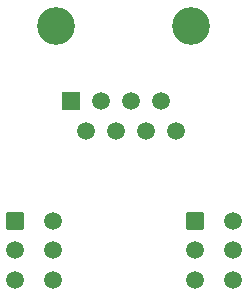
<source format=gbr>
%TF.GenerationSoftware,KiCad,Pcbnew,7.0.8*%
%TF.CreationDate,2023-11-04T19:06:47-07:00*%
%TF.ProjectId,Mini_Comp_Switch,4d696e69-5f43-46f6-9d70-5f5377697463,rev?*%
%TF.SameCoordinates,Original*%
%TF.FileFunction,Soldermask,Top*%
%TF.FilePolarity,Negative*%
%FSLAX46Y46*%
G04 Gerber Fmt 4.6, Leading zero omitted, Abs format (unit mm)*
G04 Created by KiCad (PCBNEW 7.0.8) date 2023-11-04 19:06:47*
%MOMM*%
%LPD*%
G01*
G04 APERTURE LIST*
G04 Aperture macros list*
%AMRoundRect*
0 Rectangle with rounded corners*
0 $1 Rounding radius*
0 $2 $3 $4 $5 $6 $7 $8 $9 X,Y pos of 4 corners*
0 Add a 4 corners polygon primitive as box body*
4,1,4,$2,$3,$4,$5,$6,$7,$8,$9,$2,$3,0*
0 Add four circle primitives for the rounded corners*
1,1,$1+$1,$2,$3*
1,1,$1+$1,$4,$5*
1,1,$1+$1,$6,$7*
1,1,$1+$1,$8,$9*
0 Add four rect primitives between the rounded corners*
20,1,$1+$1,$2,$3,$4,$5,0*
20,1,$1+$1,$4,$5,$6,$7,0*
20,1,$1+$1,$6,$7,$8,$9,0*
20,1,$1+$1,$8,$9,$2,$3,0*%
G04 Aperture macros list end*
%ADD10RoundRect,0.102000X-0.654000X-0.654000X0.654000X-0.654000X0.654000X0.654000X-0.654000X0.654000X0*%
%ADD11C,1.512000*%
%ADD12C,3.200000*%
%ADD13R,1.500000X1.500000*%
%ADD14C,1.500000*%
G04 APERTURE END LIST*
D10*
%TO.C,REF\u002A\u002A*%
X148402500Y-66040000D03*
D11*
X148402500Y-68540000D03*
X148402500Y-71040000D03*
X151602500Y-71040000D03*
X151602500Y-68540000D03*
X151602500Y-66040000D03*
%TD*%
D10*
%TO.C,REF\u002A\u002A*%
X163642500Y-66040000D03*
D11*
X163642500Y-68540000D03*
X163642500Y-71040000D03*
X166842500Y-71040000D03*
X166842500Y-68540000D03*
X166842500Y-66040000D03*
%TD*%
D12*
%TO.C,REF\u002A\u002A*%
X151927500Y-49550000D03*
X163357500Y-49550000D03*
D13*
X153197500Y-55900000D03*
D14*
X154467500Y-58440000D03*
X155737500Y-55900000D03*
X157007500Y-58440000D03*
X158277500Y-55900000D03*
X159547500Y-58440000D03*
X160817500Y-55900000D03*
X162087500Y-58440000D03*
%TD*%
M02*

</source>
